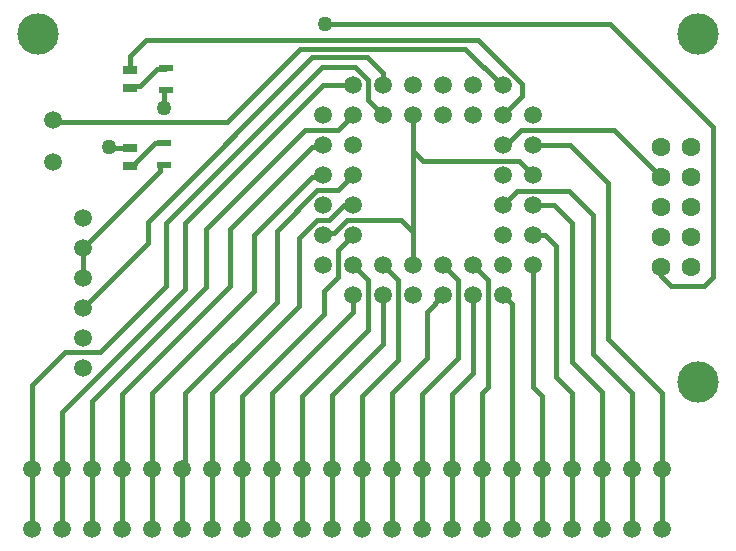
<source format=gtl>
G04*
G04 #@! TF.GenerationSoftware,Altium Limited,Altium Designer,19.0.14 (431)*
G04*
G04 Layer_Physical_Order=1*
G04 Layer_Color=255*
%FSLAX44Y44*%
%MOMM*%
G71*
G01*
G75*
%ADD16R,1.3000X0.7000*%
%ADD17R,1.2000X0.5000*%
%ADD23C,0.3810*%
%ADD24C,0.2540*%
%ADD25C,1.5000*%
%ADD26C,3.5000*%
%ADD27C,1.6000*%
%ADD28C,1.2700*%
D16*
X115824Y332610D02*
D03*
Y348110D02*
D03*
Y414018D02*
D03*
Y398518D02*
D03*
D17*
X145000Y333400D02*
D03*
Y352400D02*
D03*
X146050Y415768D02*
D03*
Y396768D02*
D03*
D23*
X521970Y453390D02*
X609600Y365760D01*
X281124Y453390D02*
X521970D01*
X306453Y416560D02*
X317500Y405513D01*
Y388620D02*
Y405513D01*
Y388620D02*
X330200Y375920D01*
X355600Y345440D02*
Y375920D01*
Y276860D02*
Y345440D01*
X363975Y337065D01*
X445255D01*
X355600Y248920D02*
Y276860D01*
X345440Y287020D02*
X355600Y276860D01*
X299720Y287020D02*
X345440D01*
X76200Y212750D02*
X76352D01*
X33020Y76200D02*
Y147320D01*
X60960Y175260D01*
X90170D01*
X146050Y231140D01*
X58420Y124460D02*
X162560Y228600D01*
X83820Y133935D02*
X180340Y230455D01*
X83820Y76200D02*
Y133935D01*
X58420Y76200D02*
Y124460D01*
X180340Y230455D02*
Y279400D01*
X58420Y25400D02*
Y76200D01*
X162560Y228600D02*
Y284480D01*
X98930Y348110D02*
X115824D01*
X97790Y349250D02*
X98930Y348110D01*
X145000Y382270D02*
Y396173D01*
X145595Y396768D01*
X146050D01*
X292100Y238760D02*
Y261620D01*
X210820Y137820D02*
X280340Y207340D01*
Y227000D02*
X292100Y238760D01*
X280340Y207340D02*
Y227000D01*
X292100Y261620D02*
X304800Y274320D01*
X367030Y209550D02*
X381000Y223520D01*
X367030Y170180D02*
Y209550D01*
X337820Y140970D02*
X367030Y170180D01*
X406400Y248920D02*
X419100Y236220D01*
Y145535D02*
Y236220D01*
X414020Y140455D02*
X419100Y145535D01*
X431800Y223520D02*
X439420Y215900D01*
Y76200D02*
Y215900D01*
X259401Y432054D02*
X399796D01*
X197732Y370385D02*
X259401Y432054D01*
X51967Y370385D02*
X197732D01*
X270256Y425196D02*
X316738D01*
X130810Y285750D02*
X270256Y425196D01*
X130810Y267208D02*
Y285750D01*
X278081Y416560D02*
X306453D01*
X146050Y284529D02*
X278081Y416560D01*
X146050Y231140D02*
Y284529D01*
X279400Y401320D02*
X304800D01*
X162560Y284480D02*
X279400Y401320D01*
X144438Y351839D02*
X145000Y352400D01*
X136599Y351839D02*
X144438D01*
X120419Y335659D02*
X136599Y351839D01*
X120419Y334205D02*
Y335659D01*
X118824Y332610D02*
X120419Y334205D01*
X115824Y332610D02*
X118824D01*
X76200Y238150D02*
Y263550D01*
X141639Y333400D02*
X145000D01*
X141044Y332805D02*
X141639Y333400D01*
X141044Y328394D02*
Y332805D01*
X76200Y263550D02*
X141044Y328394D01*
X330200Y401320D02*
Y411734D01*
X316738Y425196D02*
X330200Y411734D01*
X399796Y432054D02*
X430530Y401320D01*
X410593Y439420D02*
X448002Y402011D01*
X129540Y439420D02*
X410593D01*
X115824Y425704D02*
X129540Y439420D01*
X76352Y212750D02*
X130810Y267208D01*
X574040Y231140D02*
X601980D01*
X565150Y240030D02*
X574040Y231140D01*
X565150Y240030D02*
Y247650D01*
X601980Y231140D02*
X609600Y238760D01*
Y365760D01*
X123875Y400113D02*
X138935Y415173D01*
X145455D01*
X146050Y415768D01*
X117419Y400113D02*
X123875D01*
X115824Y398518D02*
X117419Y400113D01*
X83820Y25400D02*
Y76200D01*
X200660Y231140D02*
Y279400D01*
X109220Y139700D02*
X200660Y231140D01*
X109220Y76200D02*
Y139700D01*
X220980Y227330D02*
Y274320D01*
X134620Y140970D02*
X220980Y227330D01*
X134620Y76200D02*
Y140970D01*
X240030Y217830D02*
Y278130D01*
X162560Y140360D02*
X240030Y217830D01*
X162560Y78740D02*
Y140360D01*
X259080Y214630D02*
Y271780D01*
X185420Y140970D02*
X259080Y214630D01*
X185420Y76200D02*
Y140970D01*
X210820Y76200D02*
Y137820D01*
X304800Y209550D02*
Y223520D01*
X236220Y140970D02*
X304800Y209550D01*
X236220Y76200D02*
Y140970D01*
X317500Y194310D02*
Y236220D01*
X261620Y138430D02*
X317500Y194310D01*
X261620Y76200D02*
Y138430D01*
X330200Y181755D02*
Y223520D01*
X287020Y138575D02*
X330200Y181755D01*
X287020Y76200D02*
Y138575D01*
X342900Y168300D02*
Y236220D01*
X312420Y137820D02*
X342900Y168300D01*
X312420Y76200D02*
Y137820D01*
X337820Y76200D02*
Y140970D01*
X393700Y170180D02*
Y236220D01*
X363220Y139700D02*
X393700Y170180D01*
X363220Y76200D02*
Y139700D01*
X406400Y157480D02*
Y223520D01*
X388620Y139700D02*
X406400Y157480D01*
X388620Y76200D02*
Y139700D01*
X414020Y76200D02*
Y140455D01*
X464820Y76200D02*
Y138430D01*
X457200Y146050D02*
X464820Y138430D01*
X457200Y146050D02*
Y248920D01*
X490220Y76200D02*
Y140455D01*
X476250Y154425D02*
X490220Y140455D01*
X476250Y154425D02*
Y265423D01*
X520700Y186690D02*
X566420Y140970D01*
X520700Y186690D02*
Y318015D01*
X566420Y76200D02*
Y140970D01*
X515620Y76200D02*
Y141100D01*
X490220Y166500D02*
X515620Y141100D01*
X490220Y166500D02*
Y284473D01*
X541020Y76200D02*
Y140970D01*
X508000Y173990D02*
X541020Y140970D01*
X508000Y173990D02*
Y291338D01*
X467353Y274320D02*
X476250Y265423D01*
X457200Y274320D02*
X467353D01*
X474973Y299720D02*
X490220Y284473D01*
X457200Y299720D02*
X474973D01*
X487673Y311665D02*
X508000Y291338D01*
X443745Y311665D02*
X487673D01*
X488195Y350520D02*
X520700Y318015D01*
X457200Y350520D02*
X488195D01*
X180340Y279400D02*
X264160Y363220D01*
X200660Y279400D02*
X270056Y348796D01*
X220980Y274320D02*
X270056Y323396D01*
X240030Y278130D02*
X274320Y312420D01*
X292100D01*
X160020Y76200D02*
X162560Y78740D01*
X259080Y271780D02*
X274320Y287020D01*
X288744Y276044D02*
X299720Y287020D01*
X281124Y276044D02*
X288744D01*
X279400Y274320D02*
X281124Y276044D01*
X297180Y299720D02*
X304800D01*
X284480Y287020D02*
X297180Y299720D01*
X274320Y287020D02*
X284480D01*
X115824Y414018D02*
Y425704D01*
X33020Y25400D02*
Y76200D01*
X109220Y25400D02*
Y76200D01*
X134620Y25400D02*
Y76200D01*
X160020Y25400D02*
Y76200D01*
X185420Y25400D02*
Y76200D01*
X210820Y25400D02*
Y76200D01*
X236220Y25400D02*
Y76200D01*
X261620Y25400D02*
Y76200D01*
X287020Y25400D02*
Y76200D01*
X312420Y25400D02*
Y76200D01*
X337820Y25400D02*
Y76200D01*
X363220Y25400D02*
Y76200D01*
X388620Y25400D02*
Y76200D01*
X414020Y25400D02*
Y76200D01*
X439420Y25400D02*
Y76200D01*
X464820Y25400D02*
Y76200D01*
X541020Y25400D02*
Y76200D01*
X515620Y25400D02*
Y76200D01*
X490220Y25400D02*
Y76200D01*
X566420Y25400D02*
Y76200D01*
X431800Y299720D02*
X443745Y311665D01*
X445255Y337065D02*
X457200Y325120D01*
X50800Y371552D02*
X51967Y370385D01*
X430530Y401320D02*
X431800D01*
X448002Y392122D02*
Y402011D01*
X431800Y375920D02*
X448002Y392122D01*
X525780Y363220D02*
X565150Y323850D01*
X447040Y363220D02*
X525780D01*
X434340Y350520D02*
X447040Y363220D01*
X431800Y350520D02*
X434340D01*
X264160Y363220D02*
X292100D01*
X304800Y375920D01*
X270056Y348796D02*
X277676D01*
X279400Y350520D01*
X270056Y323396D02*
X277676D01*
X279400Y325120D01*
X292100Y312420D02*
X304800Y325120D01*
Y248920D02*
X317500Y236220D01*
X330200Y248920D02*
X342900Y236220D01*
X381000Y248920D02*
X393700Y236220D01*
D24*
X30480Y27940D02*
X33020Y25400D01*
D25*
Y76200D02*
D03*
X58420D02*
D03*
X83820D02*
D03*
X109220D02*
D03*
X134620D02*
D03*
X160020D02*
D03*
X185420D02*
D03*
X210820D02*
D03*
X236220D02*
D03*
X261620D02*
D03*
X287020D02*
D03*
X312420D02*
D03*
X337820D02*
D03*
X363220D02*
D03*
X388620D02*
D03*
X414020D02*
D03*
X439420D02*
D03*
X464820D02*
D03*
X490220D02*
D03*
X515620D02*
D03*
X541020D02*
D03*
X566420D02*
D03*
Y25400D02*
D03*
X541020D02*
D03*
X515620D02*
D03*
X490220D02*
D03*
X464820D02*
D03*
X439420D02*
D03*
X414020D02*
D03*
X388620D02*
D03*
X363220D02*
D03*
X337820D02*
D03*
X312420D02*
D03*
X287020D02*
D03*
X261620D02*
D03*
X236220D02*
D03*
X210820D02*
D03*
X185420D02*
D03*
X160020D02*
D03*
X134620D02*
D03*
X109220D02*
D03*
X83820D02*
D03*
X58420D02*
D03*
X33020D02*
D03*
X76200Y161950D02*
D03*
Y187350D02*
D03*
Y212750D02*
D03*
Y238150D02*
D03*
Y263550D02*
D03*
Y288950D02*
D03*
X50800Y336550D02*
D03*
Y371552D02*
D03*
X457200Y248920D02*
D03*
Y274320D02*
D03*
Y299720D02*
D03*
Y325120D02*
D03*
Y350520D02*
D03*
Y375920D02*
D03*
X431800Y223520D02*
D03*
Y248920D02*
D03*
Y274320D02*
D03*
Y299720D02*
D03*
Y325120D02*
D03*
Y350520D02*
D03*
Y375920D02*
D03*
Y401320D02*
D03*
X406400Y223520D02*
D03*
Y248920D02*
D03*
Y375920D02*
D03*
Y401320D02*
D03*
X381000Y223520D02*
D03*
Y248920D02*
D03*
Y375920D02*
D03*
Y401320D02*
D03*
X355600Y223520D02*
D03*
Y248920D02*
D03*
Y375920D02*
D03*
Y401320D02*
D03*
X330200Y223520D02*
D03*
Y248920D02*
D03*
Y375920D02*
D03*
Y401320D02*
D03*
X304800Y223520D02*
D03*
Y248920D02*
D03*
Y274320D02*
D03*
Y299720D02*
D03*
Y325120D02*
D03*
Y350520D02*
D03*
Y375920D02*
D03*
Y401320D02*
D03*
X279400Y248920D02*
D03*
Y274320D02*
D03*
Y299720D02*
D03*
Y325120D02*
D03*
Y350520D02*
D03*
Y375920D02*
D03*
D26*
X38100Y444500D02*
D03*
X596900D02*
D03*
Y150000D02*
D03*
D27*
X565150Y349250D02*
D03*
X590550D02*
D03*
X565150Y323850D02*
D03*
X590550D02*
D03*
X565150Y298450D02*
D03*
X590550D02*
D03*
X565150Y273050D02*
D03*
X590550D02*
D03*
X565150Y247650D02*
D03*
X590550D02*
D03*
D28*
X281124Y453390D02*
D03*
X97790Y349250D02*
D03*
X145000Y382270D02*
D03*
M02*

</source>
